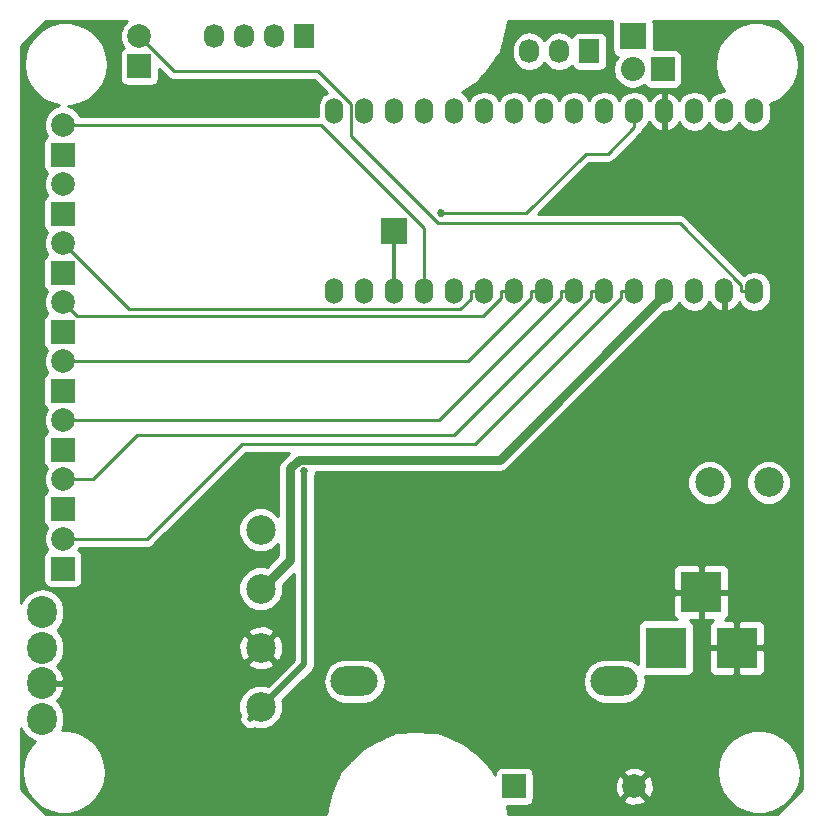
<source format=gbl>
G04 #@! TF.GenerationSoftware,KiCad,Pcbnew,5.0.0-rc2*
G04 #@! TF.CreationDate,2019-05-01T21:11:32-04:00*
G04 #@! TF.ProjectId,gassensor,67617373656E736F722E6B696361645F,rev?*
G04 #@! TF.SameCoordinates,Original*
G04 #@! TF.FileFunction,Copper,L2,Bot,Signal*
G04 #@! TF.FilePolarity,Positive*
%FSLAX46Y46*%
G04 Gerber Fmt 4.6, Leading zero omitted, Abs format (unit mm)*
G04 Created by KiCad (PCBNEW 5.0.0-rc2) date Wed May  1 21:11:32 2019*
%MOMM*%
%LPD*%
G01*
G04 APERTURE LIST*
G04 #@! TA.AperFunction,ComponentPad*
%ADD10R,3.500120X3.500120*%
G04 #@! TD*
G04 #@! TA.AperFunction,ComponentPad*
%ADD11C,1.998980*%
G04 #@! TD*
G04 #@! TA.AperFunction,ComponentPad*
%ADD12R,1.998980X1.998980*%
G04 #@! TD*
G04 #@! TA.AperFunction,ComponentPad*
%ADD13R,2.000000X2.000000*%
G04 #@! TD*
G04 #@! TA.AperFunction,ComponentPad*
%ADD14C,2.000000*%
G04 #@! TD*
G04 #@! TA.AperFunction,ComponentPad*
%ADD15O,4.000500X2.499360*%
G04 #@! TD*
G04 #@! TA.AperFunction,ComponentPad*
%ADD16O,1.524000X2.199640*%
G04 #@! TD*
G04 #@! TA.AperFunction,ComponentPad*
%ADD17O,1.524000X2.197100*%
G04 #@! TD*
G04 #@! TA.AperFunction,ComponentPad*
%ADD18C,2.500000*%
G04 #@! TD*
G04 #@! TA.AperFunction,ComponentPad*
%ADD19R,2.235200X2.235200*%
G04 #@! TD*
G04 #@! TA.AperFunction,ComponentPad*
%ADD20R,1.727200X2.032000*%
G04 #@! TD*
G04 #@! TA.AperFunction,ComponentPad*
%ADD21O,1.727200X2.032000*%
G04 #@! TD*
G04 #@! TA.AperFunction,ComponentPad*
%ADD22R,2.032000X2.032000*%
G04 #@! TD*
G04 #@! TA.AperFunction,ComponentPad*
%ADD23O,2.032000X2.032000*%
G04 #@! TD*
G04 #@! TA.AperFunction,ComponentPad*
%ADD24O,2.500000X2.700000*%
G04 #@! TD*
G04 #@! TA.AperFunction,ViaPad*
%ADD25C,0.685800*%
G04 #@! TD*
G04 #@! TA.AperFunction,Conductor*
%ADD26C,0.254000*%
G04 #@! TD*
G04 #@! TA.AperFunction,Conductor*
%ADD27C,0.330200*%
G04 #@! TD*
G04 #@! TA.AperFunction,Conductor*
%ADD28C,0.762000*%
G04 #@! TD*
G04 #@! TA.AperFunction,Conductor*
%ADD29C,0.508000*%
G04 #@! TD*
G04 APERTURE END LIST*
D10*
G04 #@! TO.P,CON1,1*
G04 #@! TO.N,+12V*
X153799860Y-114000000D03*
G04 #@! TO.P,CON1,2*
G04 #@! TO.N,GND*
X159799340Y-114000000D03*
G04 #@! TO.P,CON1,3*
X156799600Y-109301000D03*
G04 #@! TD*
D11*
G04 #@! TO.P,D1,2*
G04 #@! TO.N,GND*
X151130000Y-125727460D03*
D12*
G04 #@! TO.P,D1,1*
G04 #@! TO.N,VCC*
X140970000Y-125727460D03*
G04 #@! TD*
D13*
G04 #@! TO.P,D2,1*
G04 #@! TO.N,Net-(D2-Pad1)*
X109220000Y-64770000D03*
D14*
G04 #@! TO.P,D2,2*
G04 #@! TO.N,VCC*
X109220000Y-62230000D03*
G04 #@! TD*
D13*
G04 #@! TO.P,D3,1*
G04 #@! TO.N,Net-(D3-Pad1)*
X102750000Y-72250000D03*
D14*
G04 #@! TO.P,D3,2*
G04 #@! TO.N,/A0*
X102750000Y-69710000D03*
G04 #@! TD*
G04 #@! TO.P,D4,2*
G04 #@! TO.N,/A1*
X102750000Y-74710000D03*
D13*
G04 #@! TO.P,D4,1*
G04 #@! TO.N,Net-(D4-Pad1)*
X102750000Y-77250000D03*
G04 #@! TD*
G04 #@! TO.P,D5,1*
G04 #@! TO.N,Net-(D5-Pad1)*
X102750000Y-82250000D03*
D14*
G04 #@! TO.P,D5,2*
G04 #@! TO.N,/A2*
X102750000Y-79710000D03*
G04 #@! TD*
D13*
G04 #@! TO.P,D6,1*
G04 #@! TO.N,Net-(D6-Pad1)*
X102750000Y-87250000D03*
D14*
G04 #@! TO.P,D6,2*
G04 #@! TO.N,/A3*
X102750000Y-84710000D03*
G04 #@! TD*
G04 #@! TO.P,D7,2*
G04 #@! TO.N,/A4*
X102750000Y-89710000D03*
D13*
G04 #@! TO.P,D7,1*
G04 #@! TO.N,Net-(D7-Pad1)*
X102750000Y-92250000D03*
G04 #@! TD*
D14*
G04 #@! TO.P,D8,2*
G04 #@! TO.N,/A5*
X102750000Y-94710000D03*
D13*
G04 #@! TO.P,D8,1*
G04 #@! TO.N,Net-(D8-Pad1)*
X102750000Y-97250000D03*
G04 #@! TD*
D14*
G04 #@! TO.P,D9,2*
G04 #@! TO.N,/A6*
X102750000Y-99710000D03*
D13*
G04 #@! TO.P,D9,1*
G04 #@! TO.N,Net-(D9-Pad1)*
X102750000Y-102250000D03*
G04 #@! TD*
D14*
G04 #@! TO.P,D10,2*
G04 #@! TO.N,/A7*
X102750000Y-104750000D03*
D13*
G04 #@! TO.P,D10,1*
G04 #@! TO.N,Net-(D10-Pad1)*
X102750000Y-107290000D03*
G04 #@! TD*
D15*
G04 #@! TO.P,F1,2*
G04 #@! TO.N,+12V*
X149430740Y-116840000D03*
G04 #@! TO.P,F1,1*
G04 #@! TO.N,VCC*
X127429260Y-116840000D03*
G04 #@! TD*
D16*
G04 #@! TO.P,J1,1*
G04 #@! TO.N,/TX*
X161290000Y-68580000D03*
G04 #@! TO.P,J1,2*
G04 #@! TO.N,/RX*
X158750000Y-68580000D03*
G04 #@! TO.P,J1,3*
G04 #@! TO.N,Net-(J1-Pad3)*
X156210000Y-68580000D03*
G04 #@! TO.P,J1,4*
G04 #@! TO.N,GND*
X153670000Y-68580000D03*
G04 #@! TO.P,J1,5*
G04 #@! TO.N,Net-(J1-Pad5)*
X151130000Y-68580000D03*
G04 #@! TO.P,J1,6*
G04 #@! TO.N,/D3*
X148590000Y-68580000D03*
G04 #@! TO.P,J1,7*
G04 #@! TO.N,Net-(J1-Pad7)*
X146050000Y-68580000D03*
G04 #@! TO.P,J1,8*
G04 #@! TO.N,Net-(J1-Pad8)*
X143510000Y-68580000D03*
G04 #@! TO.P,J1,9*
G04 #@! TO.N,/D6*
X140970000Y-68580000D03*
G04 #@! TO.P,J1,10*
G04 #@! TO.N,/D7*
X138430000Y-68580000D03*
G04 #@! TO.P,J1,11*
G04 #@! TO.N,/D8*
X135890000Y-68580000D03*
G04 #@! TO.P,J1,12*
G04 #@! TO.N,/D9*
X133350000Y-68580000D03*
G04 #@! TO.P,J1,13*
G04 #@! TO.N,/SS*
X130810000Y-68580000D03*
G04 #@! TO.P,J1,14*
G04 #@! TO.N,/MOSI*
X128270000Y-68580000D03*
G04 #@! TO.P,J1,15*
G04 #@! TO.N,/MISO*
X125730000Y-68580000D03*
G04 #@! TO.P,J1,16*
G04 #@! TO.N,/SCK*
X125730000Y-83820000D03*
G04 #@! TO.P,J1,17*
G04 #@! TO.N,Net-(J1-Pad17)*
X128270000Y-83820000D03*
G04 #@! TO.P,J1,18*
G04 #@! TO.N,Net-(J1-Pad18)*
X130810000Y-83820000D03*
G04 #@! TO.P,J1,19*
G04 #@! TO.N,/A0*
X133350000Y-83820000D03*
D17*
G04 #@! TO.P,J1,20*
G04 #@! TO.N,/A1*
X135890000Y-83820000D03*
G04 #@! TO.P,J1,21*
G04 #@! TO.N,/A2*
X138430000Y-83820000D03*
G04 #@! TO.P,J1,22*
G04 #@! TO.N,/A3*
X140970000Y-83820000D03*
G04 #@! TO.P,J1,23*
G04 #@! TO.N,/A4*
X143510000Y-83820000D03*
G04 #@! TO.P,J1,24*
G04 #@! TO.N,/A5*
X146050000Y-83820000D03*
G04 #@! TO.P,J1,25*
G04 #@! TO.N,/A6*
X148590000Y-83820000D03*
G04 #@! TO.P,J1,26*
G04 #@! TO.N,/A7*
X151130000Y-83820000D03*
G04 #@! TO.P,J1,27*
G04 #@! TO.N,+5V*
X153670000Y-83820000D03*
G04 #@! TO.P,J1,28*
G04 #@! TO.N,Net-(J1-Pad28)*
X156210000Y-83820000D03*
G04 #@! TO.P,J1,29*
G04 #@! TO.N,GND*
X158750000Y-83820000D03*
G04 #@! TO.P,J1,30*
G04 #@! TO.N,VCC*
X161290000Y-83820000D03*
G04 #@! TD*
D18*
G04 #@! TO.P,LS1,1*
G04 #@! TO.N,Net-(J1-Pad8)*
X157500000Y-100000000D03*
G04 #@! TO.P,LS1,2*
G04 #@! TO.N,Net-(J1-Pad7)*
X162500000Y-100000000D03*
G04 #@! TD*
D19*
G04 #@! TO.P,P3,1*
G04 #@! TO.N,Net-(J1-Pad3)*
X151000000Y-62230000D03*
G04 #@! TD*
G04 #@! TO.P,P4,1*
G04 #@! TO.N,Net-(J1-Pad18)*
X130810000Y-78740000D03*
G04 #@! TD*
D20*
G04 #@! TO.P,P6,1*
G04 #@! TO.N,/D3*
X147320000Y-63500000D03*
D21*
G04 #@! TO.P,P6,2*
G04 #@! TO.N,/D6*
X144780000Y-63500000D03*
G04 #@! TO.P,P6,3*
G04 #@! TO.N,/D7*
X142240000Y-63500000D03*
G04 #@! TD*
D22*
G04 #@! TO.P,P7,1*
G04 #@! TO.N,/TX*
X153540000Y-65000000D03*
D23*
G04 #@! TO.P,P7,2*
G04 #@! TO.N,/RX*
X151000000Y-65000000D03*
G04 #@! TD*
D20*
G04 #@! TO.P,P8,1*
G04 #@! TO.N,/SS*
X123190000Y-62230000D03*
D21*
G04 #@! TO.P,P8,2*
G04 #@! TO.N,/MOSI*
X120650000Y-62230000D03*
G04 #@! TO.P,P8,3*
G04 #@! TO.N,/MISO*
X118110000Y-62230000D03*
G04 #@! TO.P,P8,4*
G04 #@! TO.N,/SCK*
X115570000Y-62230000D03*
G04 #@! TD*
D24*
G04 #@! TO.P,P9,1*
G04 #@! TO.N,/VOUT+*
X101000000Y-111000000D03*
G04 #@! TO.P,P9,2*
G04 #@! TO.N,+5V*
X101000000Y-114000000D03*
G04 #@! TO.P,P9,3*
G04 #@! TO.N,GND*
X101000000Y-117000000D03*
G04 #@! TO.P,P9,4*
G04 #@! TO.N,/VSenseOut*
X101000000Y-120000000D03*
G04 #@! TD*
D18*
G04 #@! TO.P,P2,4*
G04 #@! TO.N,/VSenseOut*
X119500000Y-119000000D03*
G04 #@! TO.P,P2,3*
G04 #@! TO.N,GND*
X119500000Y-114000000D03*
G04 #@! TO.P,P2,1*
G04 #@! TO.N,/VOUT+*
X119500000Y-104000000D03*
G04 #@! TO.P,P2,2*
G04 #@! TO.N,+5V*
X119500000Y-109000000D03*
G04 #@! TD*
D25*
G04 #@! TO.N,GND*
X138000000Y-106000000D03*
X139000000Y-107000000D03*
X140000000Y-108000000D03*
G04 #@! TO.N,Net-(J1-Pad5)*
X134736600Y-77224600D03*
G04 #@! TO.N,/VSenseOut*
X123190000Y-99060000D03*
G04 #@! TD*
D26*
G04 #@! TO.N,VCC*
X161290000Y-83820000D02*
X160146700Y-83820000D01*
X160146700Y-83820000D02*
X160146700Y-83248400D01*
X160146700Y-83248400D02*
X154963800Y-78065500D01*
X154963800Y-78065500D02*
X134543600Y-78065500D01*
X134543600Y-78065500D02*
X127126700Y-70648600D01*
X127126700Y-70648600D02*
X127126700Y-67982400D01*
X127126700Y-67982400D02*
X124307800Y-65163500D01*
X124307800Y-65163500D02*
X112153500Y-65163500D01*
X112153500Y-65163500D02*
X109220000Y-62230000D01*
G04 #@! TO.N,/A0*
X133350000Y-83820000D02*
X133350000Y-78477700D01*
X133350000Y-78477700D02*
X124582300Y-69710000D01*
X124582300Y-69710000D02*
X102750000Y-69710000D01*
G04 #@! TO.N,/A2*
X138430000Y-83820000D02*
X137286700Y-83820000D01*
X102750000Y-79710000D02*
X108343300Y-85303300D01*
X108343300Y-85303300D02*
X136411100Y-85303300D01*
X136411100Y-85303300D02*
X137286700Y-84427700D01*
X137286700Y-84427700D02*
X137286700Y-83820000D01*
G04 #@! TO.N,/A3*
X140970000Y-83820000D02*
X139826700Y-83820000D01*
X139826700Y-83820000D02*
X139826700Y-84391600D01*
X139826700Y-84391600D02*
X138349700Y-85868600D01*
X138349700Y-85868600D02*
X103908600Y-85868600D01*
X103908600Y-85868600D02*
X102750000Y-84710000D01*
G04 #@! TO.N,/A4*
X143510000Y-83820000D02*
X142366700Y-83820000D01*
X142366700Y-83820000D02*
X142366700Y-84391600D01*
X142366700Y-84391600D02*
X137048300Y-89710000D01*
X137048300Y-89710000D02*
X102750000Y-89710000D01*
G04 #@! TO.N,/A5*
X146050000Y-83820000D02*
X144906700Y-83820000D01*
X144906700Y-83820000D02*
X144906700Y-84391600D01*
X144906700Y-84391600D02*
X134588300Y-94710000D01*
X134588300Y-94710000D02*
X102750000Y-94710000D01*
G04 #@! TO.N,/A6*
X148590000Y-83820000D02*
X147446700Y-83820000D01*
X147446700Y-83820000D02*
X147446700Y-84391600D01*
X147446700Y-84391600D02*
X135853600Y-95984700D01*
X135853600Y-95984700D02*
X109022900Y-95984700D01*
X109022900Y-95984700D02*
X105297600Y-99710000D01*
X105297600Y-99710000D02*
X102750000Y-99710000D01*
G04 #@! TO.N,/A7*
X151130000Y-83820000D02*
X149986700Y-83820000D01*
X149986700Y-83820000D02*
X149986700Y-84391600D01*
X149986700Y-84391600D02*
X137651900Y-96726400D01*
X137651900Y-96726400D02*
X117911600Y-96726400D01*
X117911600Y-96726400D02*
X109888000Y-104750000D01*
X109888000Y-104750000D02*
X102750000Y-104750000D01*
G04 #@! TO.N,Net-(J1-Pad5)*
X134736600Y-77224600D02*
X141950800Y-77224600D01*
X148888420Y-72175400D02*
X147000000Y-72175400D01*
X151130000Y-69933820D02*
X148888420Y-72175400D01*
X151130000Y-68580000D02*
X151130000Y-69933820D01*
X141950800Y-77224600D02*
X147000000Y-72175400D01*
D27*
G04 #@! TO.N,Net-(J1-Pad18)*
X130810000Y-83820000D02*
X130810000Y-78740000D01*
D28*
G04 #@! TO.N,+5V*
X119550000Y-109050000D02*
X119380000Y-109220000D01*
X153670000Y-83820000D02*
X153670000Y-84156600D01*
X153670000Y-84156600D02*
X139744000Y-98082100D01*
X139744000Y-98082100D02*
X122721000Y-98082100D01*
D26*
X119500000Y-109000000D02*
X119550000Y-109050000D01*
D28*
X122000000Y-106600000D02*
X122000000Y-98802902D01*
X119550000Y-109050000D02*
X122000000Y-106600000D01*
X122721000Y-98082100D02*
X122000000Y-98802902D01*
D29*
G04 #@! TO.N,/VSenseOut*
X119550000Y-119050000D02*
X123190000Y-115410000D01*
X123190000Y-115410000D02*
X123190000Y-99060000D01*
X118600000Y-120000000D02*
X119550000Y-119050000D01*
D26*
X119500000Y-119000000D02*
X119550000Y-119050000D01*
G04 #@! TD*
G04 #@! TO.N,GND*
G36*
X107833914Y-61303847D02*
X107585000Y-61904778D01*
X107585000Y-62555222D01*
X107833914Y-63156153D01*
X107898723Y-63220962D01*
X107762191Y-63312191D01*
X107621843Y-63522235D01*
X107572560Y-63770000D01*
X107572560Y-65770000D01*
X107621843Y-66017765D01*
X107762191Y-66227809D01*
X107972235Y-66368157D01*
X108220000Y-66417440D01*
X110220000Y-66417440D01*
X110467765Y-66368157D01*
X110677809Y-66227809D01*
X110818157Y-66017765D01*
X110867440Y-65770000D01*
X110867440Y-64955070D01*
X111561616Y-65649246D01*
X111604129Y-65712871D01*
X111789068Y-65836443D01*
X111856181Y-65881287D01*
X111856182Y-65881287D01*
X111856183Y-65881288D01*
X112078452Y-65925500D01*
X112078456Y-65925500D01*
X112153499Y-65940427D01*
X112228542Y-65925500D01*
X123992170Y-65925500D01*
X125069815Y-67003146D01*
X124722821Y-67235000D01*
X124414057Y-67697098D01*
X124333001Y-68104592D01*
X124333000Y-68948000D01*
X104204080Y-68948000D01*
X104136086Y-68783847D01*
X103676153Y-68323914D01*
X103163260Y-68111466D01*
X103446140Y-68109985D01*
X104275656Y-67901625D01*
X105031527Y-67501412D01*
X105670116Y-66932451D01*
X106154554Y-66227588D01*
X106456876Y-65427517D01*
X106559627Y-64578427D01*
X106558846Y-64503880D01*
X106438336Y-63657128D01*
X106119325Y-62863564D01*
X105620231Y-62169001D01*
X104969868Y-61613538D01*
X104205781Y-61229242D01*
X103372082Y-61038300D01*
X102516903Y-61051734D01*
X101689614Y-61268770D01*
X100937975Y-61676876D01*
X100305380Y-62252493D01*
X99828349Y-62962390D01*
X99534422Y-63765583D01*
X99440568Y-64615703D01*
X99552205Y-65463670D01*
X99862888Y-66260531D01*
X100354682Y-66960282D01*
X100999193Y-67522525D01*
X101759214Y-67914801D01*
X102426488Y-68075000D01*
X102424778Y-68075000D01*
X101823847Y-68323914D01*
X101363914Y-68783847D01*
X101115000Y-69384778D01*
X101115000Y-70035222D01*
X101363914Y-70636153D01*
X101428723Y-70700962D01*
X101292191Y-70792191D01*
X101151843Y-71002235D01*
X101102560Y-71250000D01*
X101102560Y-73250000D01*
X101151843Y-73497765D01*
X101292191Y-73707809D01*
X101380767Y-73766994D01*
X101363914Y-73783847D01*
X101115000Y-74384778D01*
X101115000Y-75035222D01*
X101363914Y-75636153D01*
X101428723Y-75700962D01*
X101292191Y-75792191D01*
X101151843Y-76002235D01*
X101102560Y-76250000D01*
X101102560Y-78250000D01*
X101151843Y-78497765D01*
X101292191Y-78707809D01*
X101380767Y-78766994D01*
X101363914Y-78783847D01*
X101115000Y-79384778D01*
X101115000Y-80035222D01*
X101363914Y-80636153D01*
X101428723Y-80700962D01*
X101292191Y-80792191D01*
X101151843Y-81002235D01*
X101102560Y-81250000D01*
X101102560Y-83250000D01*
X101151843Y-83497765D01*
X101292191Y-83707809D01*
X101380767Y-83766994D01*
X101363914Y-83783847D01*
X101115000Y-84384778D01*
X101115000Y-85035222D01*
X101363914Y-85636153D01*
X101428723Y-85700962D01*
X101292191Y-85792191D01*
X101151843Y-86002235D01*
X101102560Y-86250000D01*
X101102560Y-88250000D01*
X101151843Y-88497765D01*
X101292191Y-88707809D01*
X101380767Y-88766994D01*
X101363914Y-88783847D01*
X101115000Y-89384778D01*
X101115000Y-90035222D01*
X101363914Y-90636153D01*
X101428723Y-90700962D01*
X101292191Y-90792191D01*
X101151843Y-91002235D01*
X101102560Y-91250000D01*
X101102560Y-93250000D01*
X101151843Y-93497765D01*
X101292191Y-93707809D01*
X101380767Y-93766994D01*
X101363914Y-93783847D01*
X101115000Y-94384778D01*
X101115000Y-95035222D01*
X101363914Y-95636153D01*
X101428723Y-95700962D01*
X101292191Y-95792191D01*
X101151843Y-96002235D01*
X101102560Y-96250000D01*
X101102560Y-98250000D01*
X101151843Y-98497765D01*
X101292191Y-98707809D01*
X101380767Y-98766994D01*
X101363914Y-98783847D01*
X101115000Y-99384778D01*
X101115000Y-100035222D01*
X101363914Y-100636153D01*
X101428723Y-100700962D01*
X101292191Y-100792191D01*
X101151843Y-101002235D01*
X101102560Y-101250000D01*
X101102560Y-103250000D01*
X101151843Y-103497765D01*
X101292191Y-103707809D01*
X101404745Y-103783016D01*
X101363914Y-103823847D01*
X101115000Y-104424778D01*
X101115000Y-105075222D01*
X101363914Y-105676153D01*
X101428723Y-105740962D01*
X101292191Y-105832191D01*
X101151843Y-106042235D01*
X101102560Y-106290000D01*
X101102560Y-108290000D01*
X101151843Y-108537765D01*
X101292191Y-108747809D01*
X101502235Y-108888157D01*
X101750000Y-108937440D01*
X103750000Y-108937440D01*
X103997765Y-108888157D01*
X104207809Y-108747809D01*
X104348157Y-108537765D01*
X104397440Y-108290000D01*
X104397440Y-106290000D01*
X104348157Y-106042235D01*
X104207809Y-105832191D01*
X104071277Y-105740962D01*
X104136086Y-105676153D01*
X104204080Y-105512000D01*
X109812957Y-105512000D01*
X109888000Y-105526927D01*
X109963043Y-105512000D01*
X109963048Y-105512000D01*
X110185317Y-105467788D01*
X110437371Y-105299371D01*
X110479883Y-105235747D01*
X118227231Y-97488400D01*
X121877824Y-97488400D01*
X121352394Y-98013687D01*
X121267506Y-98070407D01*
X121157246Y-98235423D01*
X121043004Y-98406347D01*
X121042989Y-98406420D01*
X121042950Y-98406479D01*
X121004539Y-98599583D01*
X120964096Y-98802760D01*
X120984001Y-98902901D01*
X120984000Y-102818207D01*
X120567767Y-102401974D01*
X119874950Y-102115000D01*
X119125050Y-102115000D01*
X118432233Y-102401974D01*
X117901974Y-102932233D01*
X117615000Y-103625050D01*
X117615000Y-104374950D01*
X117901974Y-105067767D01*
X118432233Y-105598026D01*
X119125050Y-105885000D01*
X119874950Y-105885000D01*
X120567767Y-105598026D01*
X120984000Y-105181793D01*
X120984000Y-106179159D01*
X119997428Y-107165732D01*
X119874950Y-107115000D01*
X119125050Y-107115000D01*
X118432233Y-107401974D01*
X117901974Y-107932233D01*
X117615000Y-108625050D01*
X117615000Y-109374950D01*
X117901974Y-110067767D01*
X118432233Y-110598026D01*
X119125050Y-110885000D01*
X119874950Y-110885000D01*
X120567767Y-110598026D01*
X121098026Y-110067767D01*
X121385000Y-109374950D01*
X121385000Y-108651840D01*
X122301000Y-107735840D01*
X122301000Y-115041764D01*
X120124428Y-117218337D01*
X119874950Y-117115000D01*
X119125050Y-117115000D01*
X118432233Y-117401974D01*
X117901974Y-117932233D01*
X117615000Y-118625050D01*
X117615000Y-119374950D01*
X117752085Y-119705902D01*
X117693584Y-120000000D01*
X117762582Y-120346870D01*
X117959068Y-120640932D01*
X118253130Y-120837418D01*
X118600000Y-120906416D01*
X118946870Y-120837418D01*
X118971097Y-120821230D01*
X119125050Y-120885000D01*
X119874950Y-120885000D01*
X120567767Y-120598026D01*
X121098026Y-120067767D01*
X121385000Y-119374950D01*
X121385000Y-118625050D01*
X121340242Y-118516994D01*
X123017236Y-116840000D01*
X124757087Y-116840000D01*
X124903360Y-117575366D01*
X125319911Y-118198779D01*
X125943324Y-118615330D01*
X126493065Y-118724680D01*
X128365455Y-118724680D01*
X128915196Y-118615330D01*
X129538609Y-118198779D01*
X129955160Y-117575366D01*
X130101433Y-116840000D01*
X146758567Y-116840000D01*
X146904840Y-117575366D01*
X147321391Y-118198779D01*
X147944804Y-118615330D01*
X148494545Y-118724680D01*
X150366935Y-118724680D01*
X150916676Y-118615330D01*
X151540089Y-118198779D01*
X151956640Y-117575366D01*
X152102913Y-116840000D01*
X152013457Y-116390271D01*
X152049800Y-116397500D01*
X155549920Y-116397500D01*
X155797685Y-116348217D01*
X156007729Y-116207869D01*
X156148077Y-115997825D01*
X156197360Y-115750060D01*
X156197360Y-114285750D01*
X157414280Y-114285750D01*
X157414280Y-115876370D01*
X157510953Y-116109759D01*
X157689582Y-116288387D01*
X157922971Y-116385060D01*
X159513590Y-116385060D01*
X159672340Y-116226310D01*
X159672340Y-114127000D01*
X159926340Y-114127000D01*
X159926340Y-116226310D01*
X160085090Y-116385060D01*
X161675709Y-116385060D01*
X161909098Y-116288387D01*
X162087727Y-116109759D01*
X162184400Y-115876370D01*
X162184400Y-114285750D01*
X162025650Y-114127000D01*
X159926340Y-114127000D01*
X159672340Y-114127000D01*
X157573030Y-114127000D01*
X157414280Y-114285750D01*
X156197360Y-114285750D01*
X156197360Y-112249940D01*
X156148077Y-112002175D01*
X156007729Y-111792131D01*
X155848984Y-111686060D01*
X156513850Y-111686060D01*
X156672600Y-111527310D01*
X156672600Y-109428000D01*
X156926600Y-109428000D01*
X156926600Y-111527310D01*
X157085350Y-111686060D01*
X157751272Y-111686060D01*
X157689582Y-111711613D01*
X157510953Y-111890241D01*
X157414280Y-112123630D01*
X157414280Y-113714250D01*
X157573030Y-113873000D01*
X159672340Y-113873000D01*
X159672340Y-111773690D01*
X159926340Y-111773690D01*
X159926340Y-113873000D01*
X162025650Y-113873000D01*
X162184400Y-113714250D01*
X162184400Y-112123630D01*
X162087727Y-111890241D01*
X161909098Y-111711613D01*
X161675709Y-111614940D01*
X160085090Y-111614940D01*
X159926340Y-111773690D01*
X159672340Y-111773690D01*
X159513590Y-111614940D01*
X158847668Y-111614940D01*
X158909358Y-111589387D01*
X159087987Y-111410759D01*
X159184660Y-111177370D01*
X159184660Y-109586750D01*
X159025910Y-109428000D01*
X156926600Y-109428000D01*
X156672600Y-109428000D01*
X154573290Y-109428000D01*
X154414540Y-109586750D01*
X154414540Y-111177370D01*
X154511213Y-111410759D01*
X154689842Y-111589387D01*
X154721500Y-111602500D01*
X152049800Y-111602500D01*
X151802035Y-111651783D01*
X151591991Y-111792131D01*
X151451643Y-112002175D01*
X151402360Y-112249940D01*
X151402360Y-115389193D01*
X150916676Y-115064670D01*
X150366935Y-114955320D01*
X148494545Y-114955320D01*
X147944804Y-115064670D01*
X147321391Y-115481221D01*
X146904840Y-116104634D01*
X146758567Y-116840000D01*
X130101433Y-116840000D01*
X129955160Y-116104634D01*
X129538609Y-115481221D01*
X128915196Y-115064670D01*
X128365455Y-114955320D01*
X126493065Y-114955320D01*
X125943324Y-115064670D01*
X125319911Y-115481221D01*
X124903360Y-116104634D01*
X124757087Y-116840000D01*
X123017236Y-116840000D01*
X123756709Y-116100527D01*
X123830932Y-116050933D01*
X123880526Y-115976710D01*
X123880529Y-115976707D01*
X124027418Y-115756871D01*
X124096415Y-115410001D01*
X124078999Y-115322445D01*
X124078999Y-107424630D01*
X154414540Y-107424630D01*
X154414540Y-109015250D01*
X154573290Y-109174000D01*
X156672600Y-109174000D01*
X156672600Y-107074690D01*
X156926600Y-107074690D01*
X156926600Y-109174000D01*
X159025910Y-109174000D01*
X159184660Y-109015250D01*
X159184660Y-107424630D01*
X159087987Y-107191241D01*
X158909358Y-107012613D01*
X158675969Y-106915940D01*
X157085350Y-106915940D01*
X156926600Y-107074690D01*
X156672600Y-107074690D01*
X156513850Y-106915940D01*
X154923231Y-106915940D01*
X154689842Y-107012613D01*
X154511213Y-107191241D01*
X154414540Y-107424630D01*
X124078999Y-107424630D01*
X124078999Y-99625050D01*
X155615000Y-99625050D01*
X155615000Y-100374950D01*
X155901974Y-101067767D01*
X156432233Y-101598026D01*
X157125050Y-101885000D01*
X157874950Y-101885000D01*
X158567767Y-101598026D01*
X159098026Y-101067767D01*
X159385000Y-100374950D01*
X159385000Y-99625050D01*
X160615000Y-99625050D01*
X160615000Y-100374950D01*
X160901974Y-101067767D01*
X161432233Y-101598026D01*
X162125050Y-101885000D01*
X162874950Y-101885000D01*
X163567767Y-101598026D01*
X164098026Y-101067767D01*
X164385000Y-100374950D01*
X164385000Y-99625050D01*
X164098026Y-98932233D01*
X163567767Y-98401974D01*
X162874950Y-98115000D01*
X162125050Y-98115000D01*
X161432233Y-98401974D01*
X160901974Y-98932233D01*
X160615000Y-99625050D01*
X159385000Y-99625050D01*
X159098026Y-98932233D01*
X158567767Y-98401974D01*
X157874950Y-98115000D01*
X157125050Y-98115000D01*
X156432233Y-98401974D01*
X155901974Y-98932233D01*
X155615000Y-99625050D01*
X124078999Y-99625050D01*
X124079000Y-99469139D01*
X124167900Y-99254516D01*
X124167900Y-99098100D01*
X139643927Y-99098100D01*
X139743982Y-99118004D01*
X139844055Y-99098100D01*
X139844065Y-99098100D01*
X139974937Y-99072068D01*
X140140406Y-99039157D01*
X140140412Y-99039153D01*
X140140423Y-99039151D01*
X140360861Y-98891859D01*
X140391649Y-98871288D01*
X140391651Y-98871286D01*
X140476495Y-98814595D01*
X140533175Y-98729767D01*
X153685600Y-85577815D01*
X154215081Y-85472494D01*
X154677179Y-85163730D01*
X154940000Y-84770391D01*
X155202820Y-85163729D01*
X155664918Y-85472493D01*
X156210000Y-85580918D01*
X156755081Y-85472494D01*
X157217179Y-85163730D01*
X157491580Y-84753060D01*
X157507941Y-84808491D01*
X157851974Y-85234180D01*
X158332723Y-85495810D01*
X158406930Y-85510770D01*
X158623000Y-85388270D01*
X158623000Y-83947000D01*
X158603000Y-83947000D01*
X158603000Y-83693000D01*
X158623000Y-83693000D01*
X158623000Y-83673000D01*
X158877000Y-83673000D01*
X158877000Y-83693000D01*
X158897000Y-83693000D01*
X158897000Y-83947000D01*
X158877000Y-83947000D01*
X158877000Y-85388270D01*
X159093070Y-85510770D01*
X159167277Y-85495810D01*
X159648026Y-85234180D01*
X159992059Y-84808491D01*
X160008420Y-84753060D01*
X160282820Y-85163729D01*
X160744918Y-85472493D01*
X161290000Y-85580918D01*
X161835081Y-85472494D01*
X162297179Y-85163730D01*
X162605943Y-84701632D01*
X162686999Y-84294138D01*
X162687000Y-83345863D01*
X162605944Y-82938369D01*
X162297180Y-82476271D01*
X161835082Y-82167507D01*
X161290000Y-82059082D01*
X160744919Y-82167506D01*
X160384356Y-82408426D01*
X155555684Y-77579754D01*
X155513171Y-77516129D01*
X155261117Y-77347712D01*
X155038848Y-77303500D01*
X155038843Y-77303500D01*
X154963800Y-77288573D01*
X154888757Y-77303500D01*
X142949530Y-77303500D01*
X147315631Y-72937400D01*
X148813377Y-72937400D01*
X148888420Y-72952327D01*
X148963463Y-72937400D01*
X148963468Y-72937400D01*
X149185737Y-72893188D01*
X149437791Y-72724771D01*
X149480303Y-72661147D01*
X151615752Y-70525699D01*
X151679371Y-70483190D01*
X151721879Y-70419572D01*
X151721882Y-70419569D01*
X151847787Y-70231138D01*
X151847787Y-70231137D01*
X151847788Y-70231136D01*
X151873658Y-70101079D01*
X152137179Y-69925000D01*
X152411580Y-69514330D01*
X152427941Y-69569761D01*
X152771974Y-69995450D01*
X153252723Y-70257080D01*
X153326930Y-70272040D01*
X153543000Y-70149540D01*
X153543000Y-68707000D01*
X153523000Y-68707000D01*
X153523000Y-68453000D01*
X153543000Y-68453000D01*
X153543000Y-67010460D01*
X153797000Y-67010460D01*
X153797000Y-68453000D01*
X153817000Y-68453000D01*
X153817000Y-68707000D01*
X153797000Y-68707000D01*
X153797000Y-70149540D01*
X154013070Y-70272040D01*
X154087277Y-70257080D01*
X154568026Y-69995450D01*
X154912059Y-69569761D01*
X154928420Y-69514330D01*
X155202820Y-69924999D01*
X155664918Y-70233763D01*
X156210000Y-70342188D01*
X156755081Y-70233764D01*
X157217179Y-69925000D01*
X157480000Y-69531661D01*
X157742820Y-69924999D01*
X158204918Y-70233763D01*
X158750000Y-70342188D01*
X159295081Y-70233764D01*
X159757179Y-69925000D01*
X160020000Y-69531661D01*
X160282820Y-69924999D01*
X160744918Y-70233763D01*
X161290000Y-70342188D01*
X161835081Y-70233764D01*
X162297179Y-69925000D01*
X162605943Y-69462902D01*
X162686999Y-69055408D01*
X162687000Y-68104593D01*
X162652767Y-67932493D01*
X162775656Y-67901625D01*
X163531527Y-67501412D01*
X164170116Y-66932451D01*
X164654554Y-66227588D01*
X164956876Y-65427517D01*
X165059627Y-64578427D01*
X165058846Y-64503880D01*
X164938336Y-63657128D01*
X164619325Y-62863564D01*
X164120231Y-62169001D01*
X163469868Y-61613538D01*
X162705781Y-61229242D01*
X161872082Y-61038300D01*
X161016903Y-61051734D01*
X160189614Y-61268770D01*
X159437975Y-61676876D01*
X158805380Y-62252493D01*
X158328349Y-62962390D01*
X158034422Y-63765583D01*
X157940568Y-64615703D01*
X158052205Y-65463670D01*
X158362888Y-66260531D01*
X158755292Y-66818865D01*
X158750000Y-66817812D01*
X158204919Y-66926236D01*
X157742821Y-67235000D01*
X157480000Y-67628339D01*
X157217180Y-67235001D01*
X156755082Y-66926237D01*
X156210000Y-66817812D01*
X155664919Y-66926236D01*
X155202821Y-67235000D01*
X154928420Y-67645670D01*
X154912059Y-67590239D01*
X154568026Y-67164550D01*
X154087277Y-66902920D01*
X154013070Y-66887960D01*
X153797000Y-67010460D01*
X153543000Y-67010460D01*
X153326930Y-66887960D01*
X153252723Y-66902920D01*
X152771974Y-67164550D01*
X152427941Y-67590239D01*
X152411580Y-67645670D01*
X152137180Y-67235001D01*
X151675082Y-66926237D01*
X151130000Y-66817812D01*
X150584919Y-66926236D01*
X150122821Y-67235000D01*
X149860000Y-67628339D01*
X149597180Y-67235001D01*
X149135082Y-66926237D01*
X148590000Y-66817812D01*
X148044919Y-66926236D01*
X147582821Y-67235000D01*
X147320000Y-67628339D01*
X147057180Y-67235001D01*
X146595082Y-66926237D01*
X146050000Y-66817812D01*
X145504919Y-66926236D01*
X145042821Y-67235000D01*
X144780000Y-67628339D01*
X144517180Y-67235001D01*
X144055082Y-66926237D01*
X143510000Y-66817812D01*
X142964919Y-66926236D01*
X142502821Y-67235000D01*
X142240000Y-67628339D01*
X141977180Y-67235001D01*
X141515082Y-66926237D01*
X140970000Y-66817812D01*
X140424919Y-66926236D01*
X139962821Y-67235000D01*
X139700000Y-67628339D01*
X139437180Y-67235001D01*
X138975082Y-66926237D01*
X138430000Y-66817812D01*
X137884919Y-66926236D01*
X137422821Y-67235000D01*
X137160000Y-67628339D01*
X136897180Y-67235001D01*
X136506462Y-66973931D01*
X136617324Y-66919260D01*
X136654743Y-66897219D01*
X136692715Y-66876171D01*
X136708151Y-66865759D01*
X137432607Y-66363187D01*
X137851796Y-66153592D01*
X137896600Y-66116200D01*
X138271389Y-65616482D01*
X138398244Y-65497148D01*
X138427595Y-65465116D01*
X138457741Y-65433900D01*
X138469458Y-65419431D01*
X139111780Y-64604650D01*
X139136061Y-64568652D01*
X139161276Y-64533302D01*
X139170726Y-64517259D01*
X139410682Y-64097424D01*
X139633752Y-63799997D01*
X140741400Y-63799997D01*
X140828350Y-64237124D01*
X141159570Y-64732829D01*
X141655275Y-65064049D01*
X142240000Y-65180359D01*
X142824724Y-65064050D01*
X143320429Y-64732830D01*
X143510000Y-64449118D01*
X143699570Y-64732829D01*
X144195275Y-65064049D01*
X144780000Y-65180359D01*
X145364724Y-65064050D01*
X145853068Y-64737748D01*
X145858243Y-64763765D01*
X145998591Y-64973809D01*
X146208635Y-65114157D01*
X146456400Y-65163440D01*
X148183600Y-65163440D01*
X148431365Y-65114157D01*
X148641409Y-64973809D01*
X148781757Y-64763765D01*
X148831040Y-64516000D01*
X148831040Y-62484000D01*
X148781757Y-62236235D01*
X148641409Y-62026191D01*
X148431365Y-61885843D01*
X148183600Y-61836560D01*
X146456400Y-61836560D01*
X146208635Y-61885843D01*
X145998591Y-62026191D01*
X145858243Y-62236235D01*
X145853068Y-62262252D01*
X145364725Y-61935951D01*
X144780000Y-61819641D01*
X144195276Y-61935950D01*
X143699571Y-62267170D01*
X143510000Y-62550882D01*
X143320430Y-62267171D01*
X142824725Y-61935951D01*
X142240000Y-61819641D01*
X141655276Y-61935950D01*
X141159571Y-62267170D01*
X140828351Y-62762875D01*
X140741401Y-63200002D01*
X140741400Y-63799997D01*
X139633752Y-63799997D01*
X139801600Y-63576200D01*
X139824534Y-63524907D01*
X139925105Y-63022051D01*
X140106977Y-62554368D01*
X140119672Y-62512844D01*
X140133450Y-62471666D01*
X140137796Y-62453562D01*
X140366774Y-61441626D01*
X140373191Y-61398686D01*
X140380732Y-61355920D01*
X140382355Y-61337372D01*
X140410309Y-60961200D01*
X149265035Y-60961200D01*
X149234960Y-61112400D01*
X149234960Y-63347600D01*
X149284243Y-63595365D01*
X149424591Y-63805409D01*
X149634635Y-63945757D01*
X149708910Y-63960531D01*
X149444792Y-64355812D01*
X149316655Y-65000000D01*
X149444792Y-65644188D01*
X149809695Y-66190305D01*
X150355812Y-66555208D01*
X150837391Y-66651000D01*
X151162609Y-66651000D01*
X151644188Y-66555208D01*
X151973537Y-66335144D01*
X152066191Y-66473809D01*
X152276235Y-66614157D01*
X152524000Y-66663440D01*
X154556000Y-66663440D01*
X154803765Y-66614157D01*
X155013809Y-66473809D01*
X155154157Y-66263765D01*
X155203440Y-66016000D01*
X155203440Y-63984000D01*
X155154157Y-63736235D01*
X155013809Y-63526191D01*
X154803765Y-63385843D01*
X154556000Y-63336560D01*
X152765040Y-63336560D01*
X152765040Y-61112400D01*
X152734965Y-60961200D01*
X163205412Y-60961200D01*
X165288801Y-63044590D01*
X165288800Y-125955411D01*
X163205412Y-128038800D01*
X140427289Y-128038800D01*
X140425315Y-128025590D01*
X140319260Y-127374390D01*
X141969490Y-127374390D01*
X142217255Y-127325107D01*
X142427299Y-127184759D01*
X142567647Y-126974715D01*
X142586561Y-126879623D01*
X150157443Y-126879623D01*
X150256042Y-127146425D01*
X150865582Y-127372861D01*
X151515377Y-127348801D01*
X152003958Y-127146425D01*
X152102557Y-126879623D01*
X151130000Y-125907065D01*
X150157443Y-126879623D01*
X142586561Y-126879623D01*
X142616930Y-126726950D01*
X142616930Y-125463042D01*
X149484599Y-125463042D01*
X149508659Y-126112837D01*
X149711035Y-126601418D01*
X149977837Y-126700017D01*
X150950395Y-125727460D01*
X151309605Y-125727460D01*
X152282163Y-126700017D01*
X152548965Y-126601418D01*
X152775401Y-125991878D01*
X152751341Y-125342083D01*
X152548965Y-124853502D01*
X152282163Y-124754903D01*
X151309605Y-125727460D01*
X150950395Y-125727460D01*
X149977837Y-124754903D01*
X149711035Y-124853502D01*
X149484599Y-125463042D01*
X142616930Y-125463042D01*
X142616930Y-124727970D01*
X142586562Y-124575297D01*
X150157443Y-124575297D01*
X151130000Y-125547855D01*
X152102557Y-124575297D01*
X152088507Y-124537276D01*
X158112141Y-124537276D01*
X158223778Y-125385243D01*
X158534461Y-126182104D01*
X159026255Y-126881855D01*
X159670766Y-127444098D01*
X160430787Y-127836374D01*
X161262440Y-128036037D01*
X162117713Y-128031558D01*
X162947229Y-127823198D01*
X163703100Y-127422985D01*
X164341689Y-126854024D01*
X164826127Y-126149161D01*
X165128449Y-125349090D01*
X165231200Y-124500000D01*
X165230419Y-124425453D01*
X165109909Y-123578701D01*
X164790898Y-122785137D01*
X164291804Y-122090574D01*
X163641441Y-121535111D01*
X162877354Y-121150815D01*
X162043655Y-120959873D01*
X161188476Y-120973307D01*
X160361187Y-121190343D01*
X159609548Y-121598449D01*
X158976953Y-122174066D01*
X158499922Y-122883963D01*
X158205995Y-123687156D01*
X158112141Y-124537276D01*
X152088507Y-124537276D01*
X152003958Y-124308495D01*
X151394418Y-124082059D01*
X150744623Y-124106119D01*
X150256042Y-124308495D01*
X150157443Y-124575297D01*
X142586562Y-124575297D01*
X142567647Y-124480205D01*
X142427299Y-124270161D01*
X142217255Y-124129813D01*
X141969490Y-124080530D01*
X139970510Y-124080530D01*
X139722745Y-124129813D01*
X139512701Y-124270161D01*
X139372353Y-124480205D01*
X139323070Y-124727970D01*
X139323070Y-124730313D01*
X139257439Y-124635706D01*
X139185483Y-124419839D01*
X139154803Y-124370197D01*
X138888526Y-124103920D01*
X138774377Y-123939375D01*
X138747046Y-123905624D01*
X138720617Y-123871182D01*
X138708039Y-123857454D01*
X137997148Y-123101756D01*
X137965116Y-123072405D01*
X137933900Y-123042259D01*
X137919431Y-123030542D01*
X137426747Y-122642141D01*
X137249803Y-122465197D01*
X137216796Y-122441408D01*
X137088119Y-122377070D01*
X137068641Y-122363931D01*
X137033301Y-122338724D01*
X137017259Y-122329274D01*
X136116487Y-121814440D01*
X136077282Y-121795740D01*
X136038606Y-121776034D01*
X136021344Y-121769059D01*
X135349801Y-121507910D01*
X134676796Y-121171408D01*
X134620000Y-121158000D01*
X134051111Y-121158000D01*
X133941626Y-121133226D01*
X133898686Y-121126809D01*
X133855920Y-121119268D01*
X133837372Y-121117645D01*
X132802706Y-121040756D01*
X132770115Y-121040756D01*
X132737588Y-121038909D01*
X132718978Y-121039477D01*
X132108888Y-121066114D01*
X132076533Y-121069944D01*
X132044004Y-121071933D01*
X132025590Y-121074685D01*
X131514018Y-121158000D01*
X130810000Y-121158000D01*
X130753204Y-121171408D01*
X129967486Y-121564267D01*
X129910935Y-121582369D01*
X129870664Y-121598640D01*
X129830003Y-121613842D01*
X129813198Y-121621857D01*
X128882675Y-122080740D01*
X128845242Y-122102790D01*
X128807285Y-122123830D01*
X128791849Y-122134241D01*
X128699736Y-122198142D01*
X128213204Y-122441408D01*
X128180197Y-122465197D01*
X127789637Y-122855757D01*
X127101756Y-123502852D01*
X127072405Y-123534884D01*
X127042259Y-123566100D01*
X127030542Y-123580569D01*
X126902855Y-123742539D01*
X126275197Y-124370197D01*
X126244517Y-124419839D01*
X126075609Y-124926562D01*
X125814440Y-125383513D01*
X125795740Y-125422718D01*
X125776034Y-125461394D01*
X125769059Y-125478656D01*
X125393023Y-126445632D01*
X125380328Y-126487156D01*
X125366550Y-126528334D01*
X125362204Y-126546438D01*
X125133226Y-127558374D01*
X125126809Y-127601314D01*
X125119268Y-127644080D01*
X125117645Y-127662628D01*
X125104465Y-127839996D01*
X125038196Y-128038800D01*
X101294589Y-128038800D01*
X99211200Y-125955412D01*
X99211200Y-120769280D01*
X99224370Y-120835490D01*
X99640992Y-121459009D01*
X100264511Y-121875631D01*
X100426395Y-121907832D01*
X100133807Y-122174066D01*
X99656776Y-122883963D01*
X99362849Y-123687156D01*
X99268995Y-124537276D01*
X99380632Y-125385243D01*
X99691315Y-126182104D01*
X100183109Y-126881855D01*
X100827620Y-127444098D01*
X101587641Y-127836374D01*
X102419294Y-128036037D01*
X103274567Y-128031558D01*
X104104083Y-127823198D01*
X104859954Y-127422985D01*
X105498543Y-126854024D01*
X105982981Y-126149161D01*
X106285303Y-125349090D01*
X106388054Y-124500000D01*
X106387273Y-124425453D01*
X106266763Y-123578701D01*
X105947752Y-122785137D01*
X105448658Y-122090574D01*
X104798295Y-121535111D01*
X104034208Y-121150815D01*
X103200509Y-120959873D01*
X102687132Y-120967938D01*
X102775631Y-120835489D01*
X102885000Y-120285654D01*
X102884999Y-119714345D01*
X102775630Y-119164510D01*
X102359008Y-118540991D01*
X102249514Y-118467830D01*
X102592345Y-118107457D01*
X102856672Y-117421405D01*
X102725342Y-117127000D01*
X101127000Y-117127000D01*
X101127000Y-117147000D01*
X100873000Y-117147000D01*
X100873000Y-117127000D01*
X100853000Y-117127000D01*
X100853000Y-116873000D01*
X100873000Y-116873000D01*
X100873000Y-116853000D01*
X101127000Y-116853000D01*
X101127000Y-116873000D01*
X102725342Y-116873000D01*
X102856672Y-116578595D01*
X102592345Y-115892543D01*
X102249514Y-115532170D01*
X102359009Y-115459008D01*
X102442991Y-115333320D01*
X118346285Y-115333320D01*
X118475533Y-115626123D01*
X119175806Y-115894388D01*
X119925435Y-115874250D01*
X120524467Y-115626123D01*
X120653715Y-115333320D01*
X119500000Y-114179605D01*
X118346285Y-115333320D01*
X102442991Y-115333320D01*
X102775631Y-114835489D01*
X102885000Y-114285654D01*
X102884999Y-113714345D01*
X102877334Y-113675806D01*
X117605612Y-113675806D01*
X117625750Y-114425435D01*
X117873877Y-115024467D01*
X118166680Y-115153715D01*
X119320395Y-114000000D01*
X119679605Y-114000000D01*
X120833320Y-115153715D01*
X121126123Y-115024467D01*
X121394388Y-114324194D01*
X121374250Y-113574565D01*
X121126123Y-112975533D01*
X120833320Y-112846285D01*
X119679605Y-114000000D01*
X119320395Y-114000000D01*
X118166680Y-112846285D01*
X117873877Y-112975533D01*
X117605612Y-113675806D01*
X102877334Y-113675806D01*
X102775630Y-113164510D01*
X102442991Y-112666680D01*
X118346285Y-112666680D01*
X119500000Y-113820395D01*
X120653715Y-112666680D01*
X120524467Y-112373877D01*
X119824194Y-112105612D01*
X119074565Y-112125750D01*
X118475533Y-112373877D01*
X118346285Y-112666680D01*
X102442991Y-112666680D01*
X102359008Y-112540991D01*
X102297660Y-112500000D01*
X102359009Y-112459008D01*
X102775631Y-111835489D01*
X102885000Y-111285654D01*
X102884999Y-110714345D01*
X102775630Y-110164510D01*
X102359008Y-109540991D01*
X101735489Y-109124369D01*
X101000000Y-108978071D01*
X100264510Y-109124370D01*
X99640991Y-109540992D01*
X99224369Y-110164511D01*
X99211200Y-110230717D01*
X99211199Y-63044589D01*
X101294589Y-60961200D01*
X108176561Y-60961200D01*
X107833914Y-61303847D01*
X107833914Y-61303847D01*
G37*
X107833914Y-61303847D02*
X107585000Y-61904778D01*
X107585000Y-62555222D01*
X107833914Y-63156153D01*
X107898723Y-63220962D01*
X107762191Y-63312191D01*
X107621843Y-63522235D01*
X107572560Y-63770000D01*
X107572560Y-65770000D01*
X107621843Y-66017765D01*
X107762191Y-66227809D01*
X107972235Y-66368157D01*
X108220000Y-66417440D01*
X110220000Y-66417440D01*
X110467765Y-66368157D01*
X110677809Y-66227809D01*
X110818157Y-66017765D01*
X110867440Y-65770000D01*
X110867440Y-64955070D01*
X111561616Y-65649246D01*
X111604129Y-65712871D01*
X111789068Y-65836443D01*
X111856181Y-65881287D01*
X111856182Y-65881287D01*
X111856183Y-65881288D01*
X112078452Y-65925500D01*
X112078456Y-65925500D01*
X112153499Y-65940427D01*
X112228542Y-65925500D01*
X123992170Y-65925500D01*
X125069815Y-67003146D01*
X124722821Y-67235000D01*
X124414057Y-67697098D01*
X124333001Y-68104592D01*
X124333000Y-68948000D01*
X104204080Y-68948000D01*
X104136086Y-68783847D01*
X103676153Y-68323914D01*
X103163260Y-68111466D01*
X103446140Y-68109985D01*
X104275656Y-67901625D01*
X105031527Y-67501412D01*
X105670116Y-66932451D01*
X106154554Y-66227588D01*
X106456876Y-65427517D01*
X106559627Y-64578427D01*
X106558846Y-64503880D01*
X106438336Y-63657128D01*
X106119325Y-62863564D01*
X105620231Y-62169001D01*
X104969868Y-61613538D01*
X104205781Y-61229242D01*
X103372082Y-61038300D01*
X102516903Y-61051734D01*
X101689614Y-61268770D01*
X100937975Y-61676876D01*
X100305380Y-62252493D01*
X99828349Y-62962390D01*
X99534422Y-63765583D01*
X99440568Y-64615703D01*
X99552205Y-65463670D01*
X99862888Y-66260531D01*
X100354682Y-66960282D01*
X100999193Y-67522525D01*
X101759214Y-67914801D01*
X102426488Y-68075000D01*
X102424778Y-68075000D01*
X101823847Y-68323914D01*
X101363914Y-68783847D01*
X101115000Y-69384778D01*
X101115000Y-70035222D01*
X101363914Y-70636153D01*
X101428723Y-70700962D01*
X101292191Y-70792191D01*
X101151843Y-71002235D01*
X101102560Y-71250000D01*
X101102560Y-73250000D01*
X101151843Y-73497765D01*
X101292191Y-73707809D01*
X101380767Y-73766994D01*
X101363914Y-73783847D01*
X101115000Y-74384778D01*
X101115000Y-75035222D01*
X101363914Y-75636153D01*
X101428723Y-75700962D01*
X101292191Y-75792191D01*
X101151843Y-76002235D01*
X101102560Y-76250000D01*
X101102560Y-78250000D01*
X101151843Y-78497765D01*
X101292191Y-78707809D01*
X101380767Y-78766994D01*
X101363914Y-78783847D01*
X101115000Y-79384778D01*
X101115000Y-80035222D01*
X101363914Y-80636153D01*
X101428723Y-80700962D01*
X101292191Y-80792191D01*
X101151843Y-81002235D01*
X101102560Y-81250000D01*
X101102560Y-83250000D01*
X101151843Y-83497765D01*
X101292191Y-83707809D01*
X101380767Y-83766994D01*
X101363914Y-83783847D01*
X101115000Y-84384778D01*
X101115000Y-85035222D01*
X101363914Y-85636153D01*
X101428723Y-85700962D01*
X101292191Y-85792191D01*
X101151843Y-86002235D01*
X101102560Y-86250000D01*
X101102560Y-88250000D01*
X101151843Y-88497765D01*
X101292191Y-88707809D01*
X101380767Y-88766994D01*
X101363914Y-88783847D01*
X101115000Y-89384778D01*
X101115000Y-90035222D01*
X101363914Y-90636153D01*
X101428723Y-90700962D01*
X101292191Y-90792191D01*
X101151843Y-91002235D01*
X101102560Y-91250000D01*
X101102560Y-93250000D01*
X101151843Y-93497765D01*
X101292191Y-93707809D01*
X101380767Y-93766994D01*
X101363914Y-93783847D01*
X101115000Y-94384778D01*
X101115000Y-95035222D01*
X101363914Y-95636153D01*
X101428723Y-95700962D01*
X101292191Y-95792191D01*
X101151843Y-96002235D01*
X101102560Y-96250000D01*
X101102560Y-98250000D01*
X101151843Y-98497765D01*
X101292191Y-98707809D01*
X101380767Y-98766994D01*
X101363914Y-98783847D01*
X101115000Y-99384778D01*
X101115000Y-100035222D01*
X101363914Y-100636153D01*
X101428723Y-100700962D01*
X101292191Y-100792191D01*
X101151843Y-101002235D01*
X101102560Y-101250000D01*
X101102560Y-103250000D01*
X101151843Y-103497765D01*
X101292191Y-103707809D01*
X101404745Y-103783016D01*
X101363914Y-103823847D01*
X101115000Y-104424778D01*
X101115000Y-105075222D01*
X101363914Y-105676153D01*
X101428723Y-105740962D01*
X101292191Y-105832191D01*
X101151843Y-106042235D01*
X101102560Y-106290000D01*
X101102560Y-108290000D01*
X101151843Y-108537765D01*
X101292191Y-108747809D01*
X101502235Y-108888157D01*
X101750000Y-108937440D01*
X103750000Y-108937440D01*
X103997765Y-108888157D01*
X104207809Y-108747809D01*
X104348157Y-108537765D01*
X104397440Y-108290000D01*
X104397440Y-106290000D01*
X104348157Y-106042235D01*
X104207809Y-105832191D01*
X104071277Y-105740962D01*
X104136086Y-105676153D01*
X104204080Y-105512000D01*
X109812957Y-105512000D01*
X109888000Y-105526927D01*
X109963043Y-105512000D01*
X109963048Y-105512000D01*
X110185317Y-105467788D01*
X110437371Y-105299371D01*
X110479883Y-105235747D01*
X118227231Y-97488400D01*
X121877824Y-97488400D01*
X121352394Y-98013687D01*
X121267506Y-98070407D01*
X121157246Y-98235423D01*
X121043004Y-98406347D01*
X121042989Y-98406420D01*
X121042950Y-98406479D01*
X121004539Y-98599583D01*
X120964096Y-98802760D01*
X120984001Y-98902901D01*
X120984000Y-102818207D01*
X120567767Y-102401974D01*
X119874950Y-102115000D01*
X119125050Y-102115000D01*
X118432233Y-102401974D01*
X117901974Y-102932233D01*
X117615000Y-103625050D01*
X117615000Y-104374950D01*
X117901974Y-105067767D01*
X118432233Y-105598026D01*
X119125050Y-105885000D01*
X119874950Y-105885000D01*
X120567767Y-105598026D01*
X120984000Y-105181793D01*
X120984000Y-106179159D01*
X119997428Y-107165732D01*
X119874950Y-107115000D01*
X119125050Y-107115000D01*
X118432233Y-107401974D01*
X117901974Y-107932233D01*
X117615000Y-108625050D01*
X117615000Y-109374950D01*
X117901974Y-110067767D01*
X118432233Y-110598026D01*
X119125050Y-110885000D01*
X119874950Y-110885000D01*
X120567767Y-110598026D01*
X121098026Y-110067767D01*
X121385000Y-109374950D01*
X121385000Y-108651840D01*
X122301000Y-107735840D01*
X122301000Y-115041764D01*
X120124428Y-117218337D01*
X119874950Y-117115000D01*
X119125050Y-117115000D01*
X118432233Y-117401974D01*
X117901974Y-117932233D01*
X117615000Y-118625050D01*
X117615000Y-119374950D01*
X117752085Y-119705902D01*
X117693584Y-120000000D01*
X117762582Y-120346870D01*
X117959068Y-120640932D01*
X118253130Y-120837418D01*
X118600000Y-120906416D01*
X118946870Y-120837418D01*
X118971097Y-120821230D01*
X119125050Y-120885000D01*
X119874950Y-120885000D01*
X120567767Y-120598026D01*
X121098026Y-120067767D01*
X121385000Y-119374950D01*
X121385000Y-118625050D01*
X121340242Y-118516994D01*
X123017236Y-116840000D01*
X124757087Y-116840000D01*
X124903360Y-117575366D01*
X125319911Y-118198779D01*
X125943324Y-118615330D01*
X126493065Y-118724680D01*
X128365455Y-118724680D01*
X128915196Y-118615330D01*
X129538609Y-118198779D01*
X129955160Y-117575366D01*
X130101433Y-116840000D01*
X146758567Y-116840000D01*
X146904840Y-117575366D01*
X147321391Y-118198779D01*
X147944804Y-118615330D01*
X148494545Y-118724680D01*
X150366935Y-118724680D01*
X150916676Y-118615330D01*
X151540089Y-118198779D01*
X151956640Y-117575366D01*
X152102913Y-116840000D01*
X152013457Y-116390271D01*
X152049800Y-116397500D01*
X155549920Y-116397500D01*
X155797685Y-116348217D01*
X156007729Y-116207869D01*
X156148077Y-115997825D01*
X156197360Y-115750060D01*
X156197360Y-114285750D01*
X157414280Y-114285750D01*
X157414280Y-115876370D01*
X157510953Y-116109759D01*
X157689582Y-116288387D01*
X157922971Y-116385060D01*
X159513590Y-116385060D01*
X159672340Y-116226310D01*
X159672340Y-114127000D01*
X159926340Y-114127000D01*
X159926340Y-116226310D01*
X160085090Y-116385060D01*
X161675709Y-116385060D01*
X161909098Y-116288387D01*
X162087727Y-116109759D01*
X162184400Y-115876370D01*
X162184400Y-114285750D01*
X162025650Y-114127000D01*
X159926340Y-114127000D01*
X159672340Y-114127000D01*
X157573030Y-114127000D01*
X157414280Y-114285750D01*
X156197360Y-114285750D01*
X156197360Y-112249940D01*
X156148077Y-112002175D01*
X156007729Y-111792131D01*
X155848984Y-111686060D01*
X156513850Y-111686060D01*
X156672600Y-111527310D01*
X156672600Y-109428000D01*
X156926600Y-109428000D01*
X156926600Y-111527310D01*
X157085350Y-111686060D01*
X157751272Y-111686060D01*
X157689582Y-111711613D01*
X157510953Y-111890241D01*
X157414280Y-112123630D01*
X157414280Y-113714250D01*
X157573030Y-113873000D01*
X159672340Y-113873000D01*
X159672340Y-111773690D01*
X159926340Y-111773690D01*
X159926340Y-113873000D01*
X162025650Y-113873000D01*
X162184400Y-113714250D01*
X162184400Y-112123630D01*
X162087727Y-111890241D01*
X161909098Y-111711613D01*
X161675709Y-111614940D01*
X160085090Y-111614940D01*
X159926340Y-111773690D01*
X159672340Y-111773690D01*
X159513590Y-111614940D01*
X158847668Y-111614940D01*
X158909358Y-111589387D01*
X159087987Y-111410759D01*
X159184660Y-111177370D01*
X159184660Y-109586750D01*
X159025910Y-109428000D01*
X156926600Y-109428000D01*
X156672600Y-109428000D01*
X154573290Y-109428000D01*
X154414540Y-109586750D01*
X154414540Y-111177370D01*
X154511213Y-111410759D01*
X154689842Y-111589387D01*
X154721500Y-111602500D01*
X152049800Y-111602500D01*
X151802035Y-111651783D01*
X151591991Y-111792131D01*
X151451643Y-112002175D01*
X151402360Y-112249940D01*
X151402360Y-115389193D01*
X150916676Y-115064670D01*
X150366935Y-114955320D01*
X148494545Y-114955320D01*
X147944804Y-115064670D01*
X147321391Y-115481221D01*
X146904840Y-116104634D01*
X146758567Y-116840000D01*
X130101433Y-116840000D01*
X129955160Y-116104634D01*
X129538609Y-115481221D01*
X128915196Y-115064670D01*
X128365455Y-114955320D01*
X126493065Y-114955320D01*
X125943324Y-115064670D01*
X125319911Y-115481221D01*
X124903360Y-116104634D01*
X124757087Y-116840000D01*
X123017236Y-116840000D01*
X123756709Y-116100527D01*
X123830932Y-116050933D01*
X123880526Y-115976710D01*
X123880529Y-115976707D01*
X124027418Y-115756871D01*
X124096415Y-115410001D01*
X124078999Y-115322445D01*
X124078999Y-107424630D01*
X154414540Y-107424630D01*
X154414540Y-109015250D01*
X154573290Y-109174000D01*
X156672600Y-109174000D01*
X156672600Y-107074690D01*
X156926600Y-107074690D01*
X156926600Y-109174000D01*
X159025910Y-109174000D01*
X159184660Y-109015250D01*
X159184660Y-107424630D01*
X159087987Y-107191241D01*
X158909358Y-107012613D01*
X158675969Y-106915940D01*
X157085350Y-106915940D01*
X156926600Y-107074690D01*
X156672600Y-107074690D01*
X156513850Y-106915940D01*
X154923231Y-106915940D01*
X154689842Y-107012613D01*
X154511213Y-107191241D01*
X154414540Y-107424630D01*
X124078999Y-107424630D01*
X124078999Y-99625050D01*
X155615000Y-99625050D01*
X155615000Y-100374950D01*
X155901974Y-101067767D01*
X156432233Y-101598026D01*
X157125050Y-101885000D01*
X157874950Y-101885000D01*
X158567767Y-101598026D01*
X159098026Y-101067767D01*
X159385000Y-100374950D01*
X159385000Y-99625050D01*
X160615000Y-99625050D01*
X160615000Y-100374950D01*
X160901974Y-101067767D01*
X161432233Y-101598026D01*
X162125050Y-101885000D01*
X162874950Y-101885000D01*
X163567767Y-101598026D01*
X164098026Y-101067767D01*
X164385000Y-100374950D01*
X164385000Y-99625050D01*
X164098026Y-98932233D01*
X163567767Y-98401974D01*
X162874950Y-98115000D01*
X162125050Y-98115000D01*
X161432233Y-98401974D01*
X160901974Y-98932233D01*
X160615000Y-99625050D01*
X159385000Y-99625050D01*
X159098026Y-98932233D01*
X158567767Y-98401974D01*
X157874950Y-98115000D01*
X157125050Y-98115000D01*
X156432233Y-98401974D01*
X155901974Y-98932233D01*
X155615000Y-99625050D01*
X124078999Y-99625050D01*
X124079000Y-99469139D01*
X124167900Y-99254516D01*
X124167900Y-99098100D01*
X139643927Y-99098100D01*
X139743982Y-99118004D01*
X139844055Y-99098100D01*
X139844065Y-99098100D01*
X139974937Y-99072068D01*
X140140406Y-99039157D01*
X140140412Y-99039153D01*
X140140423Y-99039151D01*
X140360861Y-98891859D01*
X140391649Y-98871288D01*
X140391651Y-98871286D01*
X140476495Y-98814595D01*
X140533175Y-98729767D01*
X153685600Y-85577815D01*
X154215081Y-85472494D01*
X154677179Y-85163730D01*
X154940000Y-84770391D01*
X155202820Y-85163729D01*
X155664918Y-85472493D01*
X156210000Y-85580918D01*
X156755081Y-85472494D01*
X157217179Y-85163730D01*
X157491580Y-84753060D01*
X157507941Y-84808491D01*
X157851974Y-85234180D01*
X158332723Y-85495810D01*
X158406930Y-85510770D01*
X158623000Y-85388270D01*
X158623000Y-83947000D01*
X158603000Y-83947000D01*
X158603000Y-83693000D01*
X158623000Y-83693000D01*
X158623000Y-83673000D01*
X158877000Y-83673000D01*
X158877000Y-83693000D01*
X158897000Y-83693000D01*
X158897000Y-83947000D01*
X158877000Y-83947000D01*
X158877000Y-85388270D01*
X159093070Y-85510770D01*
X159167277Y-85495810D01*
X159648026Y-85234180D01*
X159992059Y-84808491D01*
X160008420Y-84753060D01*
X160282820Y-85163729D01*
X160744918Y-85472493D01*
X161290000Y-85580918D01*
X161835081Y-85472494D01*
X162297179Y-85163730D01*
X162605943Y-84701632D01*
X162686999Y-84294138D01*
X162687000Y-83345863D01*
X162605944Y-82938369D01*
X162297180Y-82476271D01*
X161835082Y-82167507D01*
X161290000Y-82059082D01*
X160744919Y-82167506D01*
X160384356Y-82408426D01*
X155555684Y-77579754D01*
X155513171Y-77516129D01*
X155261117Y-77347712D01*
X155038848Y-77303500D01*
X155038843Y-77303500D01*
X154963800Y-77288573D01*
X154888757Y-77303500D01*
X142949530Y-77303500D01*
X147315631Y-72937400D01*
X148813377Y-72937400D01*
X148888420Y-72952327D01*
X148963463Y-72937400D01*
X148963468Y-72937400D01*
X149185737Y-72893188D01*
X149437791Y-72724771D01*
X149480303Y-72661147D01*
X151615752Y-70525699D01*
X151679371Y-70483190D01*
X151721879Y-70419572D01*
X151721882Y-70419569D01*
X151847787Y-70231138D01*
X151847787Y-70231137D01*
X151847788Y-70231136D01*
X151873658Y-70101079D01*
X152137179Y-69925000D01*
X152411580Y-69514330D01*
X152427941Y-69569761D01*
X152771974Y-69995450D01*
X153252723Y-70257080D01*
X153326930Y-70272040D01*
X153543000Y-70149540D01*
X153543000Y-68707000D01*
X153523000Y-68707000D01*
X153523000Y-68453000D01*
X153543000Y-68453000D01*
X153543000Y-67010460D01*
X153797000Y-67010460D01*
X153797000Y-68453000D01*
X153817000Y-68453000D01*
X153817000Y-68707000D01*
X153797000Y-68707000D01*
X153797000Y-70149540D01*
X154013070Y-70272040D01*
X154087277Y-70257080D01*
X154568026Y-69995450D01*
X154912059Y-69569761D01*
X154928420Y-69514330D01*
X155202820Y-69924999D01*
X155664918Y-70233763D01*
X156210000Y-70342188D01*
X156755081Y-70233764D01*
X157217179Y-69925000D01*
X157480000Y-69531661D01*
X157742820Y-69924999D01*
X158204918Y-70233763D01*
X158750000Y-70342188D01*
X159295081Y-70233764D01*
X159757179Y-69925000D01*
X160020000Y-69531661D01*
X160282820Y-69924999D01*
X160744918Y-70233763D01*
X161290000Y-70342188D01*
X161835081Y-70233764D01*
X162297179Y-69925000D01*
X162605943Y-69462902D01*
X162686999Y-69055408D01*
X162687000Y-68104593D01*
X162652767Y-67932493D01*
X162775656Y-67901625D01*
X163531527Y-67501412D01*
X164170116Y-66932451D01*
X164654554Y-66227588D01*
X164956876Y-65427517D01*
X165059627Y-64578427D01*
X165058846Y-64503880D01*
X164938336Y-63657128D01*
X164619325Y-62863564D01*
X164120231Y-62169001D01*
X163469868Y-61613538D01*
X162705781Y-61229242D01*
X161872082Y-61038300D01*
X161016903Y-61051734D01*
X160189614Y-61268770D01*
X159437975Y-61676876D01*
X158805380Y-62252493D01*
X158328349Y-62962390D01*
X158034422Y-63765583D01*
X157940568Y-64615703D01*
X158052205Y-65463670D01*
X158362888Y-66260531D01*
X158755292Y-66818865D01*
X158750000Y-66817812D01*
X158204919Y-66926236D01*
X157742821Y-67235000D01*
X157480000Y-67628339D01*
X157217180Y-67235001D01*
X156755082Y-66926237D01*
X156210000Y-66817812D01*
X155664919Y-66926236D01*
X155202821Y-67235000D01*
X154928420Y-67645670D01*
X154912059Y-67590239D01*
X154568026Y-67164550D01*
X154087277Y-66902920D01*
X154013070Y-66887960D01*
X153797000Y-67010460D01*
X153543000Y-67010460D01*
X153326930Y-66887960D01*
X153252723Y-66902920D01*
X152771974Y-67164550D01*
X152427941Y-67590239D01*
X152411580Y-67645670D01*
X152137180Y-67235001D01*
X151675082Y-66926237D01*
X151130000Y-66817812D01*
X150584919Y-66926236D01*
X150122821Y-67235000D01*
X149860000Y-67628339D01*
X149597180Y-67235001D01*
X149135082Y-66926237D01*
X148590000Y-66817812D01*
X148044919Y-66926236D01*
X147582821Y-67235000D01*
X147320000Y-67628339D01*
X147057180Y-67235001D01*
X146595082Y-66926237D01*
X146050000Y-66817812D01*
X145504919Y-66926236D01*
X145042821Y-67235000D01*
X144780000Y-67628339D01*
X144517180Y-67235001D01*
X144055082Y-66926237D01*
X143510000Y-66817812D01*
X142964919Y-66926236D01*
X142502821Y-67235000D01*
X142240000Y-67628339D01*
X141977180Y-67235001D01*
X141515082Y-66926237D01*
X140970000Y-66817812D01*
X140424919Y-66926236D01*
X139962821Y-67235000D01*
X139700000Y-67628339D01*
X139437180Y-67235001D01*
X138975082Y-66926237D01*
X138430000Y-66817812D01*
X137884919Y-66926236D01*
X137422821Y-67235000D01*
X137160000Y-67628339D01*
X136897180Y-67235001D01*
X136506462Y-66973931D01*
X136617324Y-66919260D01*
X136654743Y-66897219D01*
X136692715Y-66876171D01*
X136708151Y-66865759D01*
X137432607Y-66363187D01*
X137851796Y-66153592D01*
X137896600Y-66116200D01*
X138271389Y-65616482D01*
X138398244Y-65497148D01*
X138427595Y-65465116D01*
X138457741Y-65433900D01*
X138469458Y-65419431D01*
X139111780Y-64604650D01*
X139136061Y-64568652D01*
X139161276Y-64533302D01*
X139170726Y-64517259D01*
X139410682Y-64097424D01*
X139633752Y-63799997D01*
X140741400Y-63799997D01*
X140828350Y-64237124D01*
X141159570Y-64732829D01*
X141655275Y-65064049D01*
X142240000Y-65180359D01*
X142824724Y-65064050D01*
X143320429Y-64732830D01*
X143510000Y-64449118D01*
X143699570Y-64732829D01*
X144195275Y-65064049D01*
X144780000Y-65180359D01*
X145364724Y-65064050D01*
X145853068Y-64737748D01*
X145858243Y-64763765D01*
X145998591Y-64973809D01*
X146208635Y-65114157D01*
X146456400Y-65163440D01*
X148183600Y-65163440D01*
X148431365Y-65114157D01*
X148641409Y-64973809D01*
X148781757Y-64763765D01*
X148831040Y-64516000D01*
X148831040Y-62484000D01*
X148781757Y-62236235D01*
X148641409Y-62026191D01*
X148431365Y-61885843D01*
X148183600Y-61836560D01*
X146456400Y-61836560D01*
X146208635Y-61885843D01*
X145998591Y-62026191D01*
X145858243Y-62236235D01*
X145853068Y-62262252D01*
X145364725Y-61935951D01*
X144780000Y-61819641D01*
X144195276Y-61935950D01*
X143699571Y-62267170D01*
X143510000Y-62550882D01*
X143320430Y-62267171D01*
X142824725Y-61935951D01*
X142240000Y-61819641D01*
X141655276Y-61935950D01*
X141159571Y-62267170D01*
X140828351Y-62762875D01*
X140741401Y-63200002D01*
X140741400Y-63799997D01*
X139633752Y-63799997D01*
X139801600Y-63576200D01*
X139824534Y-63524907D01*
X139925105Y-63022051D01*
X140106977Y-62554368D01*
X140119672Y-62512844D01*
X140133450Y-62471666D01*
X140137796Y-62453562D01*
X140366774Y-61441626D01*
X140373191Y-61398686D01*
X140380732Y-61355920D01*
X140382355Y-61337372D01*
X140410309Y-60961200D01*
X149265035Y-60961200D01*
X149234960Y-61112400D01*
X149234960Y-63347600D01*
X149284243Y-63595365D01*
X149424591Y-63805409D01*
X149634635Y-63945757D01*
X149708910Y-63960531D01*
X149444792Y-64355812D01*
X149316655Y-65000000D01*
X149444792Y-65644188D01*
X149809695Y-66190305D01*
X150355812Y-66555208D01*
X150837391Y-66651000D01*
X151162609Y-66651000D01*
X151644188Y-66555208D01*
X151973537Y-66335144D01*
X152066191Y-66473809D01*
X152276235Y-66614157D01*
X152524000Y-66663440D01*
X154556000Y-66663440D01*
X154803765Y-66614157D01*
X155013809Y-66473809D01*
X155154157Y-66263765D01*
X155203440Y-66016000D01*
X155203440Y-63984000D01*
X155154157Y-63736235D01*
X155013809Y-63526191D01*
X154803765Y-63385843D01*
X154556000Y-63336560D01*
X152765040Y-63336560D01*
X152765040Y-61112400D01*
X152734965Y-60961200D01*
X163205412Y-60961200D01*
X165288801Y-63044590D01*
X165288800Y-125955411D01*
X163205412Y-128038800D01*
X140427289Y-128038800D01*
X140425315Y-128025590D01*
X140319260Y-127374390D01*
X141969490Y-127374390D01*
X142217255Y-127325107D01*
X142427299Y-127184759D01*
X142567647Y-126974715D01*
X142586561Y-126879623D01*
X150157443Y-126879623D01*
X150256042Y-127146425D01*
X150865582Y-127372861D01*
X151515377Y-127348801D01*
X152003958Y-127146425D01*
X152102557Y-126879623D01*
X151130000Y-125907065D01*
X150157443Y-126879623D01*
X142586561Y-126879623D01*
X142616930Y-126726950D01*
X142616930Y-125463042D01*
X149484599Y-125463042D01*
X149508659Y-126112837D01*
X149711035Y-126601418D01*
X149977837Y-126700017D01*
X150950395Y-125727460D01*
X151309605Y-125727460D01*
X152282163Y-126700017D01*
X152548965Y-126601418D01*
X152775401Y-125991878D01*
X152751341Y-125342083D01*
X152548965Y-124853502D01*
X152282163Y-124754903D01*
X151309605Y-125727460D01*
X150950395Y-125727460D01*
X149977837Y-124754903D01*
X149711035Y-124853502D01*
X149484599Y-125463042D01*
X142616930Y-125463042D01*
X142616930Y-124727970D01*
X142586562Y-124575297D01*
X150157443Y-124575297D01*
X151130000Y-125547855D01*
X152102557Y-124575297D01*
X152088507Y-124537276D01*
X158112141Y-124537276D01*
X158223778Y-125385243D01*
X158534461Y-126182104D01*
X159026255Y-126881855D01*
X159670766Y-127444098D01*
X160430787Y-127836374D01*
X161262440Y-128036037D01*
X162117713Y-128031558D01*
X162947229Y-127823198D01*
X163703100Y-127422985D01*
X164341689Y-126854024D01*
X164826127Y-126149161D01*
X165128449Y-125349090D01*
X165231200Y-124500000D01*
X165230419Y-124425453D01*
X165109909Y-123578701D01*
X164790898Y-122785137D01*
X164291804Y-122090574D01*
X163641441Y-121535111D01*
X162877354Y-121150815D01*
X162043655Y-120959873D01*
X161188476Y-120973307D01*
X160361187Y-121190343D01*
X159609548Y-121598449D01*
X158976953Y-122174066D01*
X158499922Y-122883963D01*
X158205995Y-123687156D01*
X158112141Y-124537276D01*
X152088507Y-124537276D01*
X152003958Y-124308495D01*
X151394418Y-124082059D01*
X150744623Y-124106119D01*
X150256042Y-124308495D01*
X150157443Y-124575297D01*
X142586562Y-124575297D01*
X142567647Y-124480205D01*
X142427299Y-124270161D01*
X142217255Y-124129813D01*
X141969490Y-124080530D01*
X139970510Y-124080530D01*
X139722745Y-124129813D01*
X139512701Y-124270161D01*
X139372353Y-124480205D01*
X139323070Y-124727970D01*
X139323070Y-124730313D01*
X139257439Y-124635706D01*
X139185483Y-124419839D01*
X139154803Y-124370197D01*
X138888526Y-124103920D01*
X138774377Y-123939375D01*
X138747046Y-123905624D01*
X138720617Y-123871182D01*
X138708039Y-123857454D01*
X137997148Y-123101756D01*
X137965116Y-123072405D01*
X137933900Y-123042259D01*
X137919431Y-123030542D01*
X137426747Y-122642141D01*
X137249803Y-122465197D01*
X137216796Y-122441408D01*
X137088119Y-122377070D01*
X137068641Y-122363931D01*
X137033301Y-122338724D01*
X137017259Y-122329274D01*
X136116487Y-121814440D01*
X136077282Y-121795740D01*
X136038606Y-121776034D01*
X136021344Y-121769059D01*
X135349801Y-121507910D01*
X134676796Y-121171408D01*
X134620000Y-121158000D01*
X134051111Y-121158000D01*
X133941626Y-121133226D01*
X133898686Y-121126809D01*
X133855920Y-121119268D01*
X133837372Y-121117645D01*
X132802706Y-121040756D01*
X132770115Y-121040756D01*
X132737588Y-121038909D01*
X132718978Y-121039477D01*
X132108888Y-121066114D01*
X132076533Y-121069944D01*
X132044004Y-121071933D01*
X132025590Y-121074685D01*
X131514018Y-121158000D01*
X130810000Y-121158000D01*
X130753204Y-121171408D01*
X129967486Y-121564267D01*
X129910935Y-121582369D01*
X129870664Y-121598640D01*
X129830003Y-121613842D01*
X129813198Y-121621857D01*
X128882675Y-122080740D01*
X128845242Y-122102790D01*
X128807285Y-122123830D01*
X128791849Y-122134241D01*
X128699736Y-122198142D01*
X128213204Y-122441408D01*
X128180197Y-122465197D01*
X127789637Y-122855757D01*
X127101756Y-123502852D01*
X127072405Y-123534884D01*
X127042259Y-123566100D01*
X127030542Y-123580569D01*
X126902855Y-123742539D01*
X126275197Y-124370197D01*
X126244517Y-124419839D01*
X126075609Y-124926562D01*
X125814440Y-125383513D01*
X125795740Y-125422718D01*
X125776034Y-125461394D01*
X125769059Y-125478656D01*
X125393023Y-126445632D01*
X125380328Y-126487156D01*
X125366550Y-126528334D01*
X125362204Y-126546438D01*
X125133226Y-127558374D01*
X125126809Y-127601314D01*
X125119268Y-127644080D01*
X125117645Y-127662628D01*
X125104465Y-127839996D01*
X125038196Y-128038800D01*
X101294589Y-128038800D01*
X99211200Y-125955412D01*
X99211200Y-120769280D01*
X99224370Y-120835490D01*
X99640992Y-121459009D01*
X100264511Y-121875631D01*
X100426395Y-121907832D01*
X100133807Y-122174066D01*
X99656776Y-122883963D01*
X99362849Y-123687156D01*
X99268995Y-124537276D01*
X99380632Y-125385243D01*
X99691315Y-126182104D01*
X100183109Y-126881855D01*
X100827620Y-127444098D01*
X101587641Y-127836374D01*
X102419294Y-128036037D01*
X103274567Y-128031558D01*
X104104083Y-127823198D01*
X104859954Y-127422985D01*
X105498543Y-126854024D01*
X105982981Y-126149161D01*
X106285303Y-125349090D01*
X106388054Y-124500000D01*
X106387273Y-124425453D01*
X106266763Y-123578701D01*
X105947752Y-122785137D01*
X105448658Y-122090574D01*
X104798295Y-121535111D01*
X104034208Y-121150815D01*
X103200509Y-120959873D01*
X102687132Y-120967938D01*
X102775631Y-120835489D01*
X102885000Y-120285654D01*
X102884999Y-119714345D01*
X102775630Y-119164510D01*
X102359008Y-118540991D01*
X102249514Y-118467830D01*
X102592345Y-118107457D01*
X102856672Y-117421405D01*
X102725342Y-117127000D01*
X101127000Y-117127000D01*
X101127000Y-117147000D01*
X100873000Y-117147000D01*
X100873000Y-117127000D01*
X100853000Y-117127000D01*
X100853000Y-116873000D01*
X100873000Y-116873000D01*
X100873000Y-116853000D01*
X101127000Y-116853000D01*
X101127000Y-116873000D01*
X102725342Y-116873000D01*
X102856672Y-116578595D01*
X102592345Y-115892543D01*
X102249514Y-115532170D01*
X102359009Y-115459008D01*
X102442991Y-115333320D01*
X118346285Y-115333320D01*
X118475533Y-115626123D01*
X119175806Y-115894388D01*
X119925435Y-115874250D01*
X120524467Y-115626123D01*
X120653715Y-115333320D01*
X119500000Y-114179605D01*
X118346285Y-115333320D01*
X102442991Y-115333320D01*
X102775631Y-114835489D01*
X102885000Y-114285654D01*
X102884999Y-113714345D01*
X102877334Y-113675806D01*
X117605612Y-113675806D01*
X117625750Y-114425435D01*
X117873877Y-115024467D01*
X118166680Y-115153715D01*
X119320395Y-114000000D01*
X119679605Y-114000000D01*
X120833320Y-115153715D01*
X121126123Y-115024467D01*
X121394388Y-114324194D01*
X121374250Y-113574565D01*
X121126123Y-112975533D01*
X120833320Y-112846285D01*
X119679605Y-114000000D01*
X119320395Y-114000000D01*
X118166680Y-112846285D01*
X117873877Y-112975533D01*
X117605612Y-113675806D01*
X102877334Y-113675806D01*
X102775630Y-113164510D01*
X102442991Y-112666680D01*
X118346285Y-112666680D01*
X119500000Y-113820395D01*
X120653715Y-112666680D01*
X120524467Y-112373877D01*
X119824194Y-112105612D01*
X119074565Y-112125750D01*
X118475533Y-112373877D01*
X118346285Y-112666680D01*
X102442991Y-112666680D01*
X102359008Y-112540991D01*
X102297660Y-112500000D01*
X102359009Y-112459008D01*
X102775631Y-111835489D01*
X102885000Y-111285654D01*
X102884999Y-110714345D01*
X102775630Y-110164510D01*
X102359008Y-109540991D01*
X101735489Y-109124369D01*
X101000000Y-108978071D01*
X100264510Y-109124370D01*
X99640991Y-109540992D01*
X99224369Y-110164511D01*
X99211200Y-110230717D01*
X99211199Y-63044589D01*
X101294589Y-60961200D01*
X108176561Y-60961200D01*
X107833914Y-61303847D01*
G04 #@! TD*
M02*

</source>
